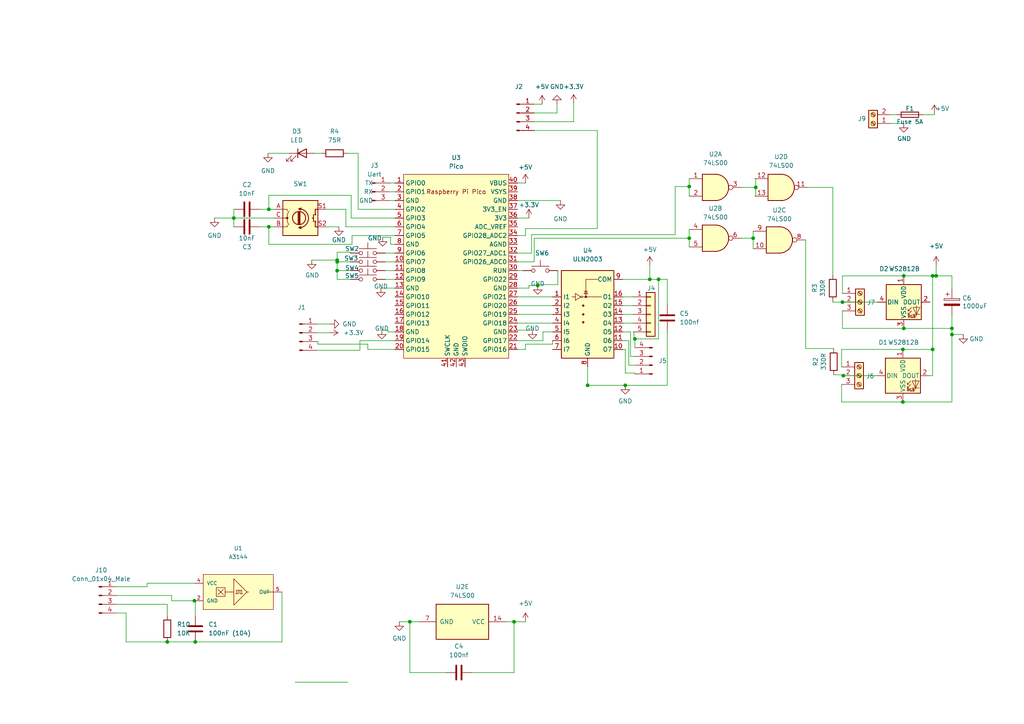
<source format=kicad_sch>
(kicad_sch (version 20211123) (generator eeschema)
  (paper "A4")
  (lib_symbols
    (symbol "+3.3V_1" (power) (pin_names (offset 0))
      (property "Value" "+3.3V_1" (at 0 3.556 0))
      (symbol "+3.3V_1_1_1"
        (pin power_in line (at 0 0 90) (length 0) hide (name "+3.3V") (number "1"))
      )
    )
    (symbol "+3.3V_2" (power) (pin_names (offset 0))
      (property "Value" "+3.3V_2" (at 0 3.556 0))
      (symbol "+3.3V_2_1_1"
        (pin power_in line (at 0 0 90) (length 0) hide (name "+3.3V") (number "1"))
      )
    )
    (symbol "74xx:74LS00" (pin_names (offset 1.016))
      (property "Reference" "U" (at 0 1.27 0))
      (property "Value" "74LS00" (at 0 -1.27 0))
      (symbol "74LS00_1_1"
        (pin input line (at -7.62 2.54 0) (length 3.81) (name "~") (number "1"))
        (pin input line (at -7.62 -2.54 0) (length 3.81) (name "~") (number "2"))
        (pin output inverted (at 7.62 0 180) (length 3.81) (name "~") (number "3"))
      )
      (symbol "74LS00_1_2"
        (pin input inverted (at -7.62 2.54 0) (length 4.318) (name "~") (number "1"))
        (pin input inverted (at -7.62 -2.54 0) (length 4.318) (name "~") (number "2"))
        (pin output line (at 7.62 0 180) (length 3.81) (name "~") (number "3"))
      )
      (symbol "74LS00_2_1"
        (pin input line (at -7.62 2.54 0) (length 3.81) (name "~") (number "4"))
        (pin input line (at -7.62 -2.54 0) (length 3.81) (name "~") (number "5"))
        (pin output inverted (at 7.62 0 180) (length 3.81) (name "~") (number "6"))
      )
      (symbol "74LS00_2_2"
        (pin input inverted (at -7.62 2.54 0) (length 4.318) (name "~") (number "4"))
        (pin input inverted (at -7.62 -2.54 0) (length 4.318) (name "~") (number "5"))
        (pin output line (at 7.62 0 180) (length 3.81) (name "~") (number "6"))
      )
      (symbol "74LS00_3_1"
        (pin input line (at -7.62 -2.54 0) (length 3.81) (name "~") (number "10"))
        (pin output inverted (at 7.62 0 180) (length 3.81) (name "~") (number "8"))
        (pin input line (at -7.62 2.54 0) (length 3.81) (name "~") (number "9"))
      )
      (symbol "74LS00_3_2"
        (pin input inverted (at -7.62 -2.54 0) (length 4.318) (name "~") (number "10"))
        (pin output line (at 7.62 0 180) (length 3.81) (name "~") (number "8"))
        (pin input inverted (at -7.62 2.54 0) (length 4.318) (name "~") (number "9"))
      )
      (symbol "74LS00_4_1"
        (pin output inverted (at 7.62 0 180) (length 3.81) (name "~") (number "11"))
        (pin input line (at -7.62 2.54 0) (length 3.81) (name "~") (number "12"))
        (pin input line (at -7.62 -2.54 0) (length 3.81) (name "~") (number "13"))
      )
      (symbol "74LS00_4_2"
        (pin output line (at 7.62 0 180) (length 3.81) (name "~") (number "11"))
        (pin input inverted (at -7.62 2.54 0) (length 4.318) (name "~") (number "12"))
        (pin input inverted (at -7.62 -2.54 0) (length 4.318) (name "~") (number "13"))
      )
      (symbol "74LS00_5_0"
        (pin power_in line (at 0 12.7 270) (length 5.08) (name "VCC") (number "14"))
        (pin power_in line (at 0 -12.7 90) (length 5.08) (name "GND") (number "7"))
      )
    )
    (symbol "Connector:Conn_01x03_Male" (pin_names (offset 1.016))
      (property "Reference" "J3" (at 0.635 7.62 0))
      (property "Value" "Uart" (at 0.635 5.08 0))
      (symbol "Conn_01x03_Male_1_1"
        (pin passive line (at 5.08 2.54 180) (length 3.81) (name "TX") (number "1"))
        (pin passive line (at 5.08 0 180) (length 3.81) (name "RX") (number "2"))
        (pin passive line (at 5.08 -2.54 180) (length 3.81) (name "GND") (number "3"))
      )
    )
    (symbol "Connector:Conn_01x04_Male" (pin_names (offset 1.016) hide)
      (property "Reference" "J" (at 0 5.08 0))
      (property "Value" "Conn_01x04_Male" (at 0 -7.62 0))
      (symbol "Conn_01x04_Male_1_1"
        (pin passive line (at 5.08 2.54 180) (length 3.81) (name "Pin_1") (number "1"))
        (pin passive line (at 5.08 0 180) (length 3.81) (name "Pin_2") (number "2"))
        (pin passive line (at 5.08 -2.54 180) (length 3.81) (name "Pin_3") (number "3"))
        (pin passive line (at 5.08 -5.08 180) (length 3.81) (name "Pin_4") (number "4"))
      )
    )
    (symbol "Connector:Screw_Terminal_01x02" (pin_names (offset 1.016) hide)
      (property "Reference" "J" (at 0 2.54 0))
      (property "Value" "Screw_Terminal_01x02" (at 0 -5.08 0))
      (symbol "Screw_Terminal_01x02_1_1"
        (pin passive line (at -5.08 0 0) (length 3.81) (name "Pin_1") (number "1"))
        (pin passive line (at -5.08 -2.54 0) (length 3.81) (name "Pin_2") (number "2"))
      )
    )
    (symbol "Connector:Screw_Terminal_01x03" (pin_names (offset 1.016) hide)
      (property "Reference" "J" (at 0 5.08 0))
      (property "Value" "Screw_Terminal_01x03" (at 0 -5.08 0))
      (symbol "Screw_Terminal_01x03_1_1"
        (pin passive line (at -5.08 2.54 0) (length 3.81) (name "Pin_1") (number "1"))
        (pin passive line (at -5.08 0 0) (length 3.81) (name "Pin_2") (number "2"))
        (pin passive line (at -5.08 -2.54 0) (length 3.81) (name "Pin_3") (number "3"))
      )
    )
    (symbol "Connector_Generic:Conn_01x05" (pin_names (offset 1.016) hide)
      (property "Reference" "J" (at 0 7.62 0))
      (property "Value" "Conn_01x05" (at 0 -7.62 0))
      (symbol "Conn_01x05_1_1"
        (pin passive line (at -5.08 5.08 0) (length 3.81) (name "Pin_1") (number "1"))
        (pin passive line (at -5.08 2.54 0) (length 3.81) (name "Pin_2") (number "2"))
        (pin passive line (at -5.08 0 0) (length 3.81) (name "Pin_3") (number "3"))
        (pin passive line (at -5.08 -2.54 0) (length 3.81) (name "Pin_4") (number "4"))
        (pin passive line (at -5.08 -5.08 0) (length 3.81) (name "Pin_5") (number "5"))
      )
    )
    (symbol "Device:C" (pin_numbers hide) (pin_names (offset 0.254))
      (property "Reference" "C" (at 0.635 2.54 0))
      (property "Value" "C" (at 0.635 -2.54 0))
      (symbol "C_1_1"
        (pin passive line (at 0 3.81 270) (length 2.794) (name "~") (number "1"))
        (pin passive line (at 0 -3.81 90) (length 2.794) (name "~") (number "2"))
      )
    )
    (symbol "Device:Fuse" (pin_numbers hide) (pin_names (offset 0))
      (property "Reference" "F" (at 2.032 0 90))
      (property "Value" "Fuse" (at -1.905 0 90))
      (symbol "Fuse_1_1"
        (pin passive line (at 0 3.81 270) (length 1.27) (name "~") (number "1"))
        (pin passive line (at 0 -3.81 90) (length 1.27) (name "~") (number "2"))
      )
    )
    (symbol "Device:LED" (pin_numbers hide) (pin_names (offset 1.016) hide)
      (property "Reference" "D" (at 0 2.54 0))
      (property "Value" "LED" (at 0 -2.54 0))
      (symbol "LED_1_1"
        (pin passive line (at -3.81 0 0) (length 2.54) (name "K") (number "1"))
        (pin passive line (at 3.81 0 180) (length 2.54) (name "A") (number "2"))
      )
    )
    (symbol "Device:R" (pin_numbers hide) (pin_names (offset 0))
      (property "Reference" "R" (at 2.032 0 90))
      (property "Value" "R" (at 0 0 90))
      (symbol "R_1_1"
        (pin passive line (at 0 3.81 270) (length 1.27) (name "~") (number "1"))
        (pin passive line (at 0 -3.81 90) (length 1.27) (name "~") (number "2"))
      )
    )
    (symbol "Device:RotaryEncoder_Switch" (pin_names (offset 0.254) hide)
      (property "Reference" "SW" (at 0 6.604 0))
      (property "Value" "RotaryEncoder_Switch" (at 0 -6.604 0))
      (symbol "RotaryEncoder_Switch_1_1"
        (pin passive line (at -7.62 2.54 0) (length 2.54) (name "A") (number "A"))
        (pin passive line (at -7.62 -2.54 0) (length 2.54) (name "B") (number "B"))
        (pin passive line (at -7.62 0 0) (length 2.54) (name "C") (number "C"))
        (pin passive line (at 7.62 2.54 180) (length 2.54) (name "S1") (number "S1"))
        (pin passive line (at 7.62 -2.54 180) (length 2.54) (name "S2") (number "S2"))
      )
    )
    (symbol "LED:WS2812B" (pin_names (offset 0.254))
      (property "Reference" "D" (at 5.08 5.715 0))
      (property "Value" "WS2812B" (at 1.27 -5.715 0))
      (symbol "WS2812B_0_0"
        (text "RGB" (at 2.286 -4.191 0) (effects (font (size 0.762 0.762))))
      )
      (symbol "WS2812B_1_1"
        (pin power_in line (at 0 7.62 270) (length 2.54) (name "VDD") (number "1"))
        (pin output line (at 7.62 0 180) (length 2.54) (name "DOUT") (number "2"))
        (pin power_in line (at 0 -7.62 90) (length 2.54) (name "VSS") (number "3"))
        (pin input line (at -7.62 0 0) (length 2.54) (name "DIN") (number "4"))
      )
    )
    (symbol "MCU_RaspberryPi_and_Boards:Pico"
      (property "Reference" "U" (at -13.97 27.94 0))
      (property "Value" "Pico" (at 0 19.05 0))
      (symbol "Pico_0_0"
        (text "Raspberry Pi Pico" (at 0 21.59 0) (effects (font (size 1.27 1.27))))
      )
      (symbol "Pico_1_1"
        (pin bidirectional line (at -17.78 24.13 0) (length 2.54) (name "GPIO0") (number "1"))
        (pin bidirectional line (at -17.78 1.27 0) (length 2.54) (name "GPIO7") (number "10"))
        (pin bidirectional line (at -17.78 -1.27 0) (length 2.54) (name "GPIO8") (number "11"))
        (pin bidirectional line (at -17.78 -3.81 0) (length 2.54) (name "GPIO9") (number "12"))
        (pin power_in line (at -17.78 -6.35 0) (length 2.54) (name "GND") (number "13"))
        (pin bidirectional line (at -17.78 -8.89 0) (length 2.54) (name "GPIO10") (number "14"))
        (pin bidirectional line (at -17.78 -11.43 0) (length 2.54) (name "GPIO11") (number "15"))
        (pin bidirectional line (at -17.78 -13.97 0) (length 2.54) (name "GPIO12") (number "16"))
        (pin bidirectional line (at -17.78 -16.51 0) (length 2.54) (name "GPIO13") (number "17"))
        (pin power_in line (at -17.78 -19.05 0) (length 2.54) (name "GND") (number "18"))
        (pin bidirectional line (at -17.78 -21.59 0) (length 2.54) (name "GPIO14") (number "19"))
        (pin bidirectional line (at -17.78 21.59 0) (length 2.54) (name "GPIO1") (number "2"))
        (pin bidirectional line (at -17.78 -24.13 0) (length 2.54) (name "GPIO15") (number "20"))
        (pin bidirectional line (at 17.78 -24.13 180) (length 2.54) (name "GPIO16") (number "21"))
        (pin bidirectional line (at 17.78 -21.59 180) (length 2.54) (name "GPIO17") (number "22"))
        (pin power_in line (at 17.78 -19.05 180) (length 2.54) (name "GND") (number "23"))
        (pin bidirectional line (at 17.78 -16.51 180) (length 2.54) (name "GPIO18") (number "24"))
        (pin bidirectional line (at 17.78 -13.97 180) (length 2.54) (name "GPIO19") (number "25"))
        (pin bidirectional line (at 17.78 -11.43 180) (length 2.54) (name "GPIO20") (number "26"))
        (pin bidirectional line (at 17.78 -8.89 180) (length 2.54) (name "GPIO21") (number "27"))
        (pin power_in line (at 17.78 -6.35 180) (length 2.54) (name "GND") (number "28"))
        (pin bidirectional line (at 17.78 -3.81 180) (length 2.54) (name "GPIO22") (number "29"))
        (pin power_in line (at -17.78 19.05 0) (length 2.54) (name "GND") (number "3"))
        (pin input line (at 17.78 -1.27 180) (length 2.54) (name "RUN") (number "30"))
        (pin bidirectional line (at 17.78 1.27 180) (length 2.54) (name "GPIO26_ADC0") (number "31"))
        (pin bidirectional line (at 17.78 3.81 180) (length 2.54) (name "GPIO27_ADC1") (number "32"))
        (pin power_in line (at 17.78 6.35 180) (length 2.54) (name "AGND") (number "33"))
        (pin bidirectional line (at 17.78 8.89 180) (length 2.54) (name "GPIO28_ADC2") (number "34"))
        (pin power_in line (at 17.78 11.43 180) (length 2.54) (name "ADC_VREF") (number "35"))
        (pin power_in line (at 17.78 13.97 180) (length 2.54) (name "3V3") (number "36"))
        (pin input line (at 17.78 16.51 180) (length 2.54) (name "3V3_EN") (number "37"))
        (pin bidirectional line (at 17.78 19.05 180) (length 2.54) (name "GND") (number "38"))
        (pin power_in line (at 17.78 21.59 180) (length 2.54) (name "VSYS") (number "39"))
        (pin bidirectional line (at -17.78 16.51 0) (length 2.54) (name "GPIO2") (number "4"))
        (pin power_in line (at 17.78 24.13 180) (length 2.54) (name "VBUS") (number "40"))
        (pin input line (at -2.54 -29.21 90) (length 2.54) (name "SWCLK") (number "41"))
        (pin power_in line (at 0 -29.21 90) (length 2.54) (name "GND") (number "42"))
        (pin bidirectional line (at 2.54 -29.21 90) (length 2.54) (name "SWDIO") (number "43"))
        (pin bidirectional line (at -17.78 13.97 0) (length 2.54) (name "GPIO3") (number "5"))
        (pin bidirectional line (at -17.78 11.43 0) (length 2.54) (name "GPIO4") (number "6"))
        (pin bidirectional line (at -17.78 8.89 0) (length 2.54) (name "GPIO5") (number "7"))
        (pin power_in line (at -17.78 6.35 0) (length 2.54) (name "GND") (number "8"))
        (pin bidirectional line (at -17.78 3.81 0) (length 2.54) (name "GPIO6") (number "9"))
      )
    )
    (symbol "SparkFun-Sensors:HALL-EFFECT" (pin_names (offset 1.016))
      (property "Reference" "U" (at -10.16 6.35 0))
      (property "Value" "HALL-EFFECT" (at -10.16 -7.62 0))
      (property "Field4" "IC-09214" (at 0 8.89 0))
      (symbol "HALL-EFFECT_1_1"
        (pin bidirectional line (at -12.7 -2.54 0) (length 2.54) (name "GND") (number "2"))
        (pin bidirectional line (at -12.7 2.54 0) (length 2.54) (name "VCC") (number "4"))
        (pin bidirectional line (at 12.7 0 180) (length 2.54) (name "OUT") (number "5"))
      )
    )
    (symbol "Switch:SW_Push" (pin_numbers hide) (pin_names (offset 1.016) hide)
      (property "Reference" "SW" (at 1.27 2.54 0))
      (property "Value" "SW_Push" (at 0 -1.524 0))
      (symbol "SW_Push_0_1"
        (pin passive line (at -5.08 0 0) (length 2.54) (name "1") (number "1"))
        (pin passive line (at 5.08 0 180) (length 2.54) (name "2") (number "2"))
      )
    )
    (symbol "Transistor_Array:ULN2003"
      (property "Reference" "U" (at 0 15.875 0))
      (property "Value" "ULN2003" (at 0 13.97 0))
      (symbol "ULN2003_1_1"
        (pin input line (at -10.16 5.08 0) (length 2.54) (name "I1") (number "1"))
        (pin open_collector line (at 10.16 -10.16 180) (length 2.54) (name "O7") (number "10"))
        (pin open_collector line (at 10.16 -7.62 180) (length 2.54) (name "O6") (number "11"))
        (pin open_collector line (at 10.16 -5.08 180) (length 2.54) (name "O5") (number "12"))
        (pin open_collector line (at 10.16 -2.54 180) (length 2.54) (name "O4") (number "13"))
        (pin open_collector line (at 10.16 0 180) (length 2.54) (name "O3") (number "14"))
        (pin open_collector line (at 10.16 2.54 180) (length 2.54) (name "O2") (number "15"))
        (pin open_collector line (at 10.16 5.08 180) (length 2.54) (name "O1") (number "16"))
        (pin input line (at -10.16 2.54 0) (length 2.54) (name "I2") (number "2"))
        (pin input line (at -10.16 0 0) (length 2.54) (name "I3") (number "3"))
        (pin input line (at -10.16 -2.54 0) (length 2.54) (name "I4") (number "4"))
        (pin input line (at -10.16 -5.08 0) (length 2.54) (name "I5") (number "5"))
        (pin input line (at -10.16 -7.62 0) (length 2.54) (name "I6") (number "6"))
        (pin input line (at -10.16 -10.16 0) (length 2.54) (name "I7") (number "7"))
        (pin power_in line (at 0 -15.24 90) (length 2.54) (name "GND") (number "8"))
        (pin passive line (at 10.16 10.16 180) (length 2.54) (name "COM") (number "9"))
      )
    )
    (symbol "lSaberWIZFi360-rescue:CP-Device" (pin_numbers hide) (pin_names (offset 0.254))
      (property "Reference" "C" (at 0.635 2.54 0))
      (property "Value" "CP-Device" (at 0.635 -2.54 0))
      (symbol "CP-Device_1_1"
        (pin passive line (at 0 3.81 270) (length 2.794) (name "~") (number "1"))
        (pin passive line (at 0 -3.81 90) (length 2.794) (name "~") (number "2"))
      )
    )
    (symbol "power:+3.3V" (power) (pin_names (offset 0))
      (property "Value" "+3.3V" (at 0 3.556 0))
      (symbol "+3.3V_1_1"
        (pin power_in line (at 0 0 90) (length 0) hide (name "+3.3V") (number "1"))
      )
    )
    (symbol "power:+5V" (power) (pin_names (offset 0))
      (property "Value" "+5V" (at 0 3.556 0))
      (symbol "+5V_1_1"
        (pin power_in line (at 0 0 90) (length 0) hide (name "+5V") (number "1"))
      )
    )
    (symbol "power:GND" (power) (pin_names (offset 0))
      (property "Value" "GND" (at 0 -3.81 0))
      (symbol "GND_1_1"
        (pin power_in line (at 0 0 270) (length 0) hide (name "GND") (number "1"))
      )
    )
  )
  (junction (at 191.008 81.026))
  (junction (at 199.898 54.102))
  (junction (at 276.098 97.028))
  (junction (at 56.388 174.244))
  (junction (at 244.602 108.966))
  (junction (at 271.526 80.01))
  (junction (at 219.202 54.356))
  (junction (at 261.874 116.586))
  (junction (at 77.978 65.786))
  (junction (at 270.51 80.01))
  (junction (at 97.79 78.486))
  (junction (at 155.956 82.804))
  (junction (at 199.898 69.088))
  (junction (at 170.434 111.76))
  (junction (at 67.818 63.246))
  (junction (at 188.468 81.026))
  (junction (at 262.128 80.01))
  (junction (at 262.128 95.25))
  (junction (at 48.514 186.182))
  (junction (at 270.51 101.346))
  (junction (at 244.348 87.63))
  (junction (at 118.872 180.34))
  (junction (at 97.79 75.438))
  (junction (at 77.978 60.706))
  (junction (at 181.356 111.76))
  (junction (at 56.642 186.182))
  (junction (at 149.098 180.34))
  (junction (at 97.79 75.946))
  (junction (at 218.44 69.088))
  (junction (at 261.874 101.346))
  (junction (at 276.098 95.25))
  (junction (at 184.15 98.298))
  (wire (pts (xy 94.742 60.706) (xy 100.33 60.706)))
  (wire (pts (xy 160.274 98.806) (xy 160.274 99.822)))
  (wire (pts (xy 92.202 99.822) (xy 92.202 99.06)))
  (wire (pts (xy 270.51 80.01) (xy 271.526 80.01)))
  (wire (pts (xy 150.114 86.106) (xy 160.274 86.106)))
  (wire (pts (xy 244.094 116.586) (xy 261.874 116.586)))
  (wire (pts (xy 218.44 67.056) (xy 218.44 69.088)))
  (wire (pts (xy 161.798 82.55) (xy 155.956 82.55)))
  (wire (pts (xy 166.37 29.972) (xy 166.37 35.306)))
  (wire (pts (xy 91.948 93.98) (xy 95.758 93.98)))
  (wire (pts (xy 149.098 195.072) (xy 149.098 180.34)))
  (wire (pts (xy 154.94 37.846) (xy 173.228 37.846)))
  (wire (pts (xy 113.03 53.086) (xy 114.554 53.086)))
  (wire (pts (xy 146.812 180.34) (xy 149.098 180.34)))
  (wire (pts (xy 114.554 96.266) (xy 112.522 96.266)))
  (wire (pts (xy 161.798 78.486) (xy 161.798 82.55)))
  (wire (pts (xy 183.896 98.298) (xy 184.15 98.298)))
  (wire (pts (xy 152.4 66.294) (xy 173.228 66.294)))
  (wire (pts (xy 181.356 101.346) (xy 180.594 101.346)))
  (wire (pts (xy 270.51 80.01) (xy 270.51 101.346)))
  (wire (pts (xy 111.76 81.026) (xy 114.554 81.026)))
  (wire (pts (xy 219.202 54.356) (xy 219.202 56.896)))
  (wire (pts (xy 276.098 80.01) (xy 276.098 83.82)))
  (wire (pts (xy 218.44 69.088) (xy 218.44 72.136)))
  (wire (pts (xy 276.098 97.028) (xy 279.4 97.028)))
  (wire (pts (xy 150.114 68.326) (xy 152.4 68.326)))
  (wire (pts (xy 75.438 60.706) (xy 77.978 60.706)))
  (wire (pts (xy 270.51 101.346) (xy 270.51 108.966)))
  (wire (pts (xy 150.114 73.406) (xy 154.178 73.406)))
  (wire (pts (xy 113.03 58.166) (xy 114.554 58.166)))
  (wire (pts (xy 160.274 99.822) (xy 152.4 99.822)))
  (wire (pts (xy 199.898 54.102) (xy 199.898 56.896)))
  (wire (pts (xy 49.784 172.72) (xy 33.782 172.72)))
  (wire (pts (xy 101.6 73.152) (xy 101.6 73.406)))
  (wire (pts (xy 112.522 95.758) (xy 110.744 95.758)))
  (wire (pts (xy 195.834 54.102) (xy 199.898 54.102)))
  (wire (pts (xy 184.15 105.918) (xy 182.372 105.918)))
  (wire (pts (xy 56.388 174.244) (xy 49.784 174.244)))
  (wire (pts (xy 157.48 96.266) (xy 157.48 98.806)))
  (wire (pts (xy 258.318 35.814) (xy 262.128 35.814)))
  (wire (pts (xy 241.554 87.376) (xy 241.554 87.63)))
  (wire (pts (xy 218.948 51.816) (xy 219.202 51.816)))
  (wire (pts (xy 104.394 98.806) (xy 104.394 101.6)))
  (wire (pts (xy 103.886 44.45) (xy 103.886 60.706)))
  (wire (pts (xy 56.642 174.244) (xy 56.642 178.562)))
  (wire (pts (xy 188.468 81.026) (xy 191.008 81.026)))
  (wire (pts (xy 42.672 170.18) (xy 42.672 169.164)))
  (wire (pts (xy 180.594 86.106) (xy 183.642 86.106)))
  (wire (pts (xy 271.526 80.01) (xy 276.098 80.01)))
  (wire (pts (xy 161.544 32.766) (xy 161.544 30.226)))
  (wire (pts (xy 154.178 73.406) (xy 154.178 68.072)))
  (wire (pts (xy 193.548 111.76) (xy 181.356 111.76)))
  (wire (pts (xy 118.872 180.34) (xy 121.412 180.34)))
  (wire (pts (xy 244.348 80.01) (xy 262.128 80.01)))
  (wire (pts (xy 150.114 95.758) (xy 150.114 96.266)))
  (wire (pts (xy 160.274 96.266) (xy 157.48 96.266)))
  (wire (pts (xy 48.514 178.562) (xy 48.514 175.26)))
  (wire (pts (xy 102.108 70.866) (xy 77.978 70.866)))
  (wire (pts (xy 244.348 90.17) (xy 244.348 95.25)))
  (wire (pts (xy 244.094 106.426) (xy 244.094 101.346)))
  (wire (pts (xy 113.03 55.626) (xy 114.554 55.626)))
  (wire (pts (xy 154.94 69.088) (xy 199.898 69.088)))
  (wire (pts (xy 262.128 80.01) (xy 270.51 80.01)))
  (wire (pts (xy 150.114 83.566) (xy 153.416 83.566)))
  (wire (pts (xy 276.098 91.44) (xy 276.098 95.25)))
  (wire (pts (xy 182.372 98.806) (xy 180.594 98.806)))
  (wire (pts (xy 183.896 96.266) (xy 183.896 98.298)))
  (wire (pts (xy 75.438 65.786) (xy 77.978 65.786)))
  (wire (pts (xy 67.818 63.246) (xy 79.502 63.246)))
  (wire (pts (xy 182.372 98.806) (xy 182.372 105.918)))
  (wire (pts (xy 150.114 53.086) (xy 152.4 53.086)))
  (wire (pts (xy 276.098 116.586) (xy 261.874 116.586)))
  (wire (pts (xy 150.114 93.726) (xy 160.274 93.726)))
  (wire (pts (xy 182.88 96.266) (xy 182.88 103.378)))
  (wire (pts (xy 115.824 180.34) (xy 118.872 180.34)))
  (wire (pts (xy 102.108 68.326) (xy 102.108 70.866)))
  (wire (pts (xy 271.018 33.02) (xy 271.018 33.274)))
  (wire (pts (xy 113.284 68.834) (xy 113.284 70.866)))
  (wire (pts (xy 114.554 63.246) (xy 101.854 63.246)))
  (wire (pts (xy 152.4 101.346) (xy 150.114 101.346)))
  (wire (pts (xy 90.424 75.438) (xy 97.79 75.438)))
  (wire (pts (xy 180.594 96.266) (xy 182.88 96.266)))
  (wire (pts (xy 77.978 56.642) (xy 77.978 60.706)))
  (wire (pts (xy 199.898 69.088) (xy 199.898 71.628)))
  (wire (pts (xy 110.49 83.566) (xy 114.554 83.566)))
  (wire (pts (xy 36.576 177.8) (xy 36.576 186.182)))
  (wire (pts (xy 244.602 108.712) (xy 244.602 108.966)))
  (wire (pts (xy 113.284 68.834) (xy 110.998 68.834)))
  (wire (pts (xy 170.18 111.76) (xy 170.434 111.76)))
  (wire (pts (xy 276.098 95.25) (xy 276.098 97.028)))
  (wire (pts (xy 91.44 44.45) (xy 93.218 44.45)))
  (wire (pts (xy 77.724 44.45) (xy 83.82 44.45)))
  (wire (pts (xy 269.494 108.966) (xy 270.51 108.966)))
  (wire (pts (xy 219.202 51.816) (xy 219.202 54.356)))
  (wire (pts (xy 111.76 78.486) (xy 114.554 78.486)))
  (wire (pts (xy 271.526 76.962) (xy 271.526 80.01)))
  (wire (pts (xy 106.68 99.822) (xy 92.202 99.822)))
  (wire (pts (xy 77.978 65.786) (xy 77.978 70.866)))
  (wire (pts (xy 180.594 91.186) (xy 183.642 91.186)))
  (wire (pts (xy 191.008 81.026) (xy 191.008 98.298)))
  (wire (pts (xy 152.4 68.326) (xy 152.4 66.294)))
  (wire (pts (xy 155.956 82.55) (xy 155.956 82.804)))
  (wire (pts (xy 150.114 75.946) (xy 154.94 75.946)))
  (wire (pts (xy 67.818 63.246) (xy 67.818 65.786)))
  (wire (pts (xy 77.978 65.786) (xy 79.502 65.786)))
  (wire (pts (xy 150.114 78.486) (xy 151.638 78.486)))
  (wire (pts (xy 181.356 108.204) (xy 184.15 108.204)))
  (wire (pts (xy 195.834 54.102) (xy 195.834 68.072)))
  (wire (pts (xy 199.898 66.548) (xy 199.898 69.088)))
  (wire (pts (xy 193.548 81.026) (xy 193.548 88.392)))
  (wire (pts (xy 233.68 101.092) (xy 241.808 101.092)))
  (wire (pts (xy 170.434 106.426) (xy 170.434 111.76)))
  (wire (pts (xy 56.642 186.182) (xy 81.788 186.182)))
  (wire (pts (xy 85.598 197.866) (xy 100.838 197.866)))
  (wire (pts (xy 114.554 70.866) (xy 113.284 70.866)))
  (wire (pts (xy 150.114 58.166) (xy 162.56 58.166)))
  (wire (pts (xy 170.434 111.76) (xy 181.356 111.76)))
  (wire (pts (xy 153.416 83.566) (xy 153.416 82.804)))
  (wire (pts (xy 180.594 88.646) (xy 183.642 88.646)))
  (wire (pts (xy 114.554 101.346) (xy 106.68 101.346)))
  (wire (pts (xy 118.872 195.072) (xy 118.872 180.34)))
  (wire (pts (xy 154.178 68.072) (xy 195.834 68.072)))
  (wire (pts (xy 193.548 96.012) (xy 193.548 111.76)))
  (wire (pts (xy 129.286 195.072) (xy 118.872 195.072)))
  (wire (pts (xy 150.114 63.246) (xy 153.416 63.246)))
  (wire (pts (xy 106.68 101.346) (xy 106.68 99.822)))
  (wire (pts (xy 111.76 73.406) (xy 114.554 73.406)))
  (wire (pts (xy 258.318 33.274) (xy 260.096 33.274)))
  (wire (pts (xy 101.854 56.642) (xy 77.978 56.642)))
  (wire (pts (xy 157.48 98.806) (xy 150.114 98.806)))
  (wire (pts (xy 97.79 75.438) (xy 97.79 75.946)))
  (wire (pts (xy 234.188 54.356) (xy 241.554 54.356)))
  (wire (pts (xy 244.348 87.63) (xy 254.508 87.63)))
  (wire (pts (xy 261.874 101.346) (xy 270.51 101.346)))
  (wire (pts (xy 67.818 60.706) (xy 67.818 63.246)))
  (wire (pts (xy 183.896 96.266) (xy 183.642 96.266)))
  (wire (pts (xy 97.79 73.152) (xy 101.6 73.152)))
  (wire (pts (xy 91.948 96.52) (xy 95.504 96.52)))
  (wire (pts (xy 262.128 95.25) (xy 276.098 95.25)))
  (wire (pts (xy 173.228 66.294) (xy 173.228 37.846)))
  (wire (pts (xy 42.672 169.164) (xy 56.388 169.164)))
  (wire (pts (xy 62.23 63.246) (xy 67.818 63.246)))
  (wire (pts (xy 104.394 101.6) (xy 91.948 101.6)))
  (wire (pts (xy 154.94 35.306) (xy 166.37 35.306)))
  (wire (pts (xy 101.854 56.642) (xy 101.854 63.246)))
  (wire (pts (xy 188.468 81.026) (xy 180.594 81.026)))
  (wire (pts (xy 97.79 78.486) (xy 97.79 81.026)))
  (wire (pts (xy 244.348 85.09) (xy 244.348 80.01)))
  (wire (pts (xy 94.742 65.786) (xy 98.298 65.786)))
  (wire (pts (xy 97.79 73.152) (xy 97.79 75.438)))
  (wire (pts (xy 33.782 177.8) (xy 36.576 177.8)))
  (wire (pts (xy 244.094 108.966) (xy 244.602 108.966)))
  (wire (pts (xy 92.202 99.06) (xy 91.948 99.06)))
  (wire (pts (xy 154.94 75.946) (xy 154.94 69.088)))
  (wire (pts (xy 48.514 186.182) (xy 56.642 186.182)))
  (wire (pts (xy 184.15 108.204) (xy 184.15 108.458)))
  (wire (pts (xy 112.522 96.266) (xy 112.522 95.758)))
  (wire (pts (xy 81.788 171.704) (xy 81.788 186.182)))
  (wire (pts (xy 150.114 91.186) (xy 160.274 91.186)))
  (wire (pts (xy 182.88 103.378) (xy 184.15 103.378)))
  (wire (pts (xy 180.594 93.726) (xy 183.642 93.726)))
  (wire (pts (xy 103.886 60.706) (xy 114.554 60.706)))
  (wire (pts (xy 33.782 175.26) (xy 48.514 175.26)))
  (wire (pts (xy 97.79 75.946) (xy 97.79 78.486)))
  (wire (pts (xy 77.978 60.706) (xy 79.502 60.706)))
  (wire (pts (xy 152.4 99.822) (xy 152.4 101.346)))
  (wire (pts (xy 233.68 69.596) (xy 233.68 101.092)))
  (wire (pts (xy 101.6 75.946) (xy 97.79 75.946)))
  (wire (pts (xy 188.468 76.962) (xy 188.468 81.026)))
  (wire (pts (xy 244.094 111.506) (xy 244.094 116.586)))
  (wire (pts (xy 154.94 32.766) (xy 161.544 32.766)))
  (wire (pts (xy 111.76 75.946) (xy 114.554 75.946)))
  (wire (pts (xy 149.098 180.34) (xy 152.4 180.34)))
  (wire (pts (xy 136.906 195.072) (xy 149.098 195.072)))
  (wire (pts (xy 191.008 81.026) (xy 193.548 81.026)))
  (wire (pts (xy 33.782 170.18) (xy 42.672 170.18)))
  (wire (pts (xy 219.202 56.896) (xy 218.948 56.896)))
  (wire (pts (xy 244.348 95.25) (xy 262.128 95.25)))
  (wire (pts (xy 267.716 33.274) (xy 271.018 33.274)))
  (wire (pts (xy 101.6 81.026) (xy 97.79 81.026)))
  (wire (pts (xy 244.602 108.966) (xy 254.254 108.966)))
  (wire (pts (xy 114.554 65.786) (xy 100.33 65.786)))
  (wire (pts (xy 241.554 79.756) (xy 241.554 54.356)))
  (wire (pts (xy 101.6 78.486) (xy 97.79 78.486)))
  (wire (pts (xy 244.094 101.346) (xy 261.874 101.346)))
  (wire (pts (xy 241.554 87.63) (xy 244.348 87.63)))
  (wire (pts (xy 181.356 101.346) (xy 181.356 108.204)))
  (wire (pts (xy 184.15 100.838) (xy 184.15 98.298)))
  (wire (pts (xy 241.808 108.712) (xy 244.602 108.712)))
  (wire (pts (xy 36.576 186.182) (xy 48.514 186.182)))
  (wire (pts (xy 114.554 98.806) (xy 104.394 98.806)))
  (wire (pts (xy 102.108 68.326) (xy 114.554 68.326)))
  (wire (pts (xy 215.138 69.088) (xy 218.44 69.088)))
  (wire (pts (xy 56.642 174.244) (xy 56.388 174.244)))
  (wire (pts (xy 215.138 54.356) (xy 219.202 54.356)))
  (wire (pts (xy 199.898 51.816) (xy 199.898 54.102)))
  (wire (pts (xy 184.15 98.298) (xy 191.008 98.298)))
  (wire (pts (xy 276.098 97.028) (xy 276.098 116.586)))
  (wire (pts (xy 154.432 95.758) (xy 150.114 95.758)))
  (wire (pts (xy 154.94 30.226) (xy 157.226 30.226)))
  (wire (pts (xy 100.33 60.706) (xy 100.33 65.786)))
  (wire (pts (xy 150.114 88.646) (xy 160.274 88.646)))
  (wire (pts (xy 49.784 174.244) (xy 49.784 172.72)))
  (wire (pts (xy 100.838 44.45) (xy 103.886 44.45)))
  (wire (pts (xy 153.416 82.804) (xy 155.956 82.804)))
  (symbol (lib_id "Device:R") (at 241.808 104.902 0) (unit 1)
    (property "Reference" "R2" (at 236.5502 104.902 90))
    (property "Value" "330R" (at 238.8616 104.902 90))
    (property "Footprint" "Resistor_THT:R_Axial_DIN0207_L6.3mm_D2.5mm_P10.16mm_Horizontal" (effects hide))
  )
  (symbol (lib_id "Switch:SW_Push") (at 106.68 73.406 0) (unit 1)
    (property "Reference" "SW2" (at 102.108 72.136 0))
    (property "Value" "SW_Push" (effects hide))
    (property "Footprint" "Button_Switch_THT:SW_PUSH_6mm" (effects hide))
  )
  (symbol (lib_id "Switch:SW_Push") (at 106.68 78.486 0) (unit 1)
    (property "Reference" "SW4" (at 102.108 77.724 0))
    (property "Value" "SW_Push" (effects hide))
    (property "Footprint" "Button_Switch_THT:SW_PUSH_6mm" (effects hide))
  )
  (symbol (lib_id "Switch:SW_Push") (at 156.718 78.486 0) (unit 1)
    (property "Reference" "SW6" (at 157.226 73.406 0))
    (property "Value" "SW_Push" (effects hide))
    (property "Footprint" "Button_Switch_THT:SW_PUSH_6mm" (effects hide))
  )
  (symbol (lib_id "Connector:Conn_01x04_Male") (at 149.86 32.766 0) (unit 1)
    (property "Reference" "J2" (at 150.495 25.146 0))
    (property "Value" "Conn_01x04_Male" (effects hide))
    (property "Footprint" "Connector_PinHeader_2.54mm:PinHeader_1x04_P2.54mm_Vertical" (effects hide))
  )
  (symbol (lib_id "MCU_RaspberryPi_and_Boards:Pico") (at 132.334 77.216 0) (unit 1)
    (property "Reference" "U3" (at 132.334 45.72 0))
    (property "Value" "Pico" (at 132.334 48.26 0))
    (property "Footprint" "MCU_RaspberryPi_and_Boards:RPi_Pico_SMD_TH" (effects hide))
  )
  (symbol (lib_id "power:GND") (at 110.744 95.758 0) (unit 1)
    (property "Reference" "#PWR08" (effects hide))
    (property "Value" "GND" (at 110.744 95.25 0))
  )
  (symbol (lib_id "Device:R") (at 97.028 44.45 90) (unit 1)
    (property "Reference" "R4" (at 97.028 38.1 90))
    (property "Value" "75R" (at 97.028 40.64 90))
    (property "Footprint" "Resistor_THT:R_Axial_DIN0207_L6.3mm_D2.5mm_P10.16mm_Horizontal" (effects hide))
  )
  (symbol (lib_id "power:+3.3V") (at 95.504 96.52 270) (unit 1)
    (property "Reference" "#PWR0102" (effects hide))
    (property "Value" "+3.3V" (at 99.568 96.5199 90) (effects (justify left)))
  )
  (symbol (lib_id "Device:C") (at 71.628 65.786 90) (unit 1)
    (property "Reference" "C3" (at 71.628 71.628 90))
    (property "Value" "10nF" (at 71.628 69.088 90))
    (property "Footprint" "Capacitor_THT:C_Disc_D5.0mm_W2.5mm_P5.00mm" (effects hide))
  )
  (symbol (lib_id "Device:C") (at 56.642 182.372 0) (unit 1) (on_board no)
    (property "Reference" "C1" (at 60.452 181.1019 0) (effects (justify left)))
    (property "Value" "100nF (104)" (at 60.452 183.6419 0) (effects (justify left)))
    (property "Footprint" "Capacitor_THT:C_Disc_D4.7mm_W2.5mm_P5.00mm" (effects hide))
  )
  (symbol (lib_id "power:GND") (at 279.4 97.028 0) (unit 1)
    (property "Reference" "#PWR020" (effects hide))
    (property "Value" "GND" (at 283.21 98.298 0))
  )
  (symbol (lib_id "Transistor_Array:ULN2003") (at 170.434 91.186 0) (unit 1)
    (property "Reference" "U4" (at 170.434 72.644 0))
    (property "Value" "ULN2003" (at 170.434 75.184 0))
    (property "Footprint" "Package_DIP:DIP-16_W7.62mm" (effects hide))
    (property "Datasheet" "http://www.ti.com/lit/ds/symlink/uln2003a.pdf" (effects hide))
  )
  (symbol (lib_id "Device:C") (at 71.628 60.706 90) (unit 1)
    (property "Reference" "C2" (at 71.628 53.594 90))
    (property "Value" "10nF" (at 71.628 56.134 90))
    (property "Footprint" "Capacitor_THT:C_Disc_D5.0mm_W2.5mm_P5.00mm" (effects hide))
  )
  (symbol (lib_id "power:+5V") (at 152.4 53.086 0) (unit 1)
    (property "Reference" "#PWR011" (effects hide))
    (property "Value" "+5V" (at 152.4 48.514 0))
  )
  (symbol (lib_id "Connector:Screw_Terminal_01x03") (at 249.428 87.63 0) (unit 1)
    (property "Reference" "J7" (at 251.46 87.7316 0) (effects (justify left)))
    (property "Value" "Screw_Terminal_01x03" (effects hide))
    (property "Footprint" "TerminalBlock:TerminalBlock_Altech_AK300-3_P5.00mm" (effects hide))
  )
  (symbol (lib_id "74xx:74LS00") (at 134.112 180.34 270) (unit 5)
    (property "Reference" "U2" (at 134.112 170.18 90))
    (property "Value" "74LS00" (at 134.112 172.72 90))
    (property "Footprint" "Package_DIP:DIP-14_W7.62mm" (effects hide))
    (property "Datasheet" "http://www.ti.com/lit/gpn/sn74ls00" (effects hide))
  )
  (symbol (lib_id "power:GND") (at 162.56 58.166 0) (unit 1)
    (property "Reference" "#PWR016" (effects hide))
    (property "Value" "GND" (at 162.56 63.5 0))
  )
  (symbol (lib_id "power:GND") (at 77.724 44.45 0) (unit 1)
    (property "Reference" "#PWR0101" (effects hide))
    (property "Value" "GND" (at 77.724 49.53 0))
  )
  (symbol (lib_id "74xx:74LS00") (at 207.518 69.088 0) (unit 2)
    (property "Reference" "U2" (at 207.518 60.452 0))
    (property "Value" "74LS00" (at 207.518 62.992 0))
    (property "Footprint" "Package_DIP:DIP-14_W7.62mm" (effects hide))
    (property "Datasheet" "http://www.ti.com/lit/gpn/sn74ls00" (effects hide))
  )
  (symbol (lib_id "Connector:Conn_01x03_Male") (at 107.95 55.626 0) (unit 1)
    (property "Reference" "J3" (at 108.585 48.006 0))
    (property "Value" "Uart" (at 108.585 50.546 0))
    (property "Footprint" "Connector_PinHeader_2.54mm:PinHeader_1x03_P2.54mm_Vertical" (effects hide))
  )
  (symbol (lib_id "74xx:74LS00") (at 226.568 54.356 0) (unit 4)
    (property "Reference" "U2" (at 226.568 45.466 0))
    (property "Value" "74LS00" (at 226.568 48.006 0))
    (property "Footprint" "Package_DIP:DIP-14_W7.62mm" (effects hide))
    (property "Datasheet" "http://www.ti.com/lit/gpn/sn74ls00" (effects hide))
  )
  (symbol (lib_id "Device:Fuse") (at 263.906 33.274 90) (unit 1)
    (property "Reference" "F1" (at 263.906 31.496 90))
    (property "Value" "Fuse 5A" (at 263.906 35.306 90))
    (property "Footprint" "Fuse:Fuseholder_Cylinder-5x20mm_Schurter_0031_8201_Horizontal_Open" (effects hide))
  )
  (symbol (lib_id "74xx:74LS00") (at 226.06 69.596 0) (unit 3)
    (property "Reference" "U2" (at 226.06 60.96 0))
    (property "Value" "74LS00" (at 226.06 63.5 0))
    (property "Footprint" "Package_DIP:DIP-14_W7.62mm" (effects hide))
    (property "Datasheet" "http://www.ti.com/lit/gpn/sn74ls00" (effects hide))
  )
  (symbol (lib_id "power:GND") (at 110.998 68.834 0) (unit 1)
    (property "Reference" "#PWR09" (effects hide))
    (property "Value" "GND" (at 108.712 69.088 0))
  )
  (symbol (lib_name "+3.3V_2") (lib_id "power:+3.3V") (at 166.37 29.972 0) (unit 1)
    (property "Reference" "#PWR05" (effects hide))
    (property "Value" "+3.3V" (at 166.37 25.146 0))
  )
  (symbol (lib_id "74xx:74LS00") (at 207.518 54.356 0) (unit 1)
    (property "Reference" "U2" (at 207.518 44.704 0))
    (property "Value" "74LS00" (at 207.518 47.244 0))
    (property "Footprint" "Package_DIP:DIP-14_W7.62mm" (effects hide))
    (property "Datasheet" "http://www.ti.com/lit/gpn/sn74ls00" (effects hide))
  )
  (symbol (lib_id "power:GND") (at 262.128 35.814 0) (unit 1)
    (property "Reference" "#PWR022" (effects hide))
    (property "Value" "GND" (at 262.255 40.2082 0))
  )
  (symbol (lib_id "power:GND") (at 155.956 82.804 0) (unit 1)
    (property "Reference" "#PWR015" (effects hide))
    (property "Value" "GND" (at 155.956 82.296 0))
  )
  (symbol (lib_id "Switch:SW_Push") (at 106.68 75.946 0) (unit 1)
    (property "Reference" "SW3" (at 101.854 74.93 0))
    (property "Value" "SW_Push" (effects hide))
    (property "Footprint" "Button_Switch_THT:SW_PUSH_6mm" (effects hide))
  )
  (symbol (lib_id "Device:LED") (at 87.63 44.45 0) (unit 1)
    (property "Reference" "D3" (at 86.0425 38.1 0))
    (property "Value" "LED" (at 86.0425 40.64 0))
    (property "Footprint" "LED_THT:LED_D5.0mm" (effects hide))
  )
  (symbol (lib_id "Connector_Generic:Conn_01x05") (at 188.722 91.186 0) (unit 1)
    (property "Reference" "J4" (at 187.706 83.566 0) (effects (justify left)))
    (property "Value" "Conn_01x05" (effects hide))
    (property "Footprint" "Connector_JST:JST_XH_B5B-XH-AM_1x05_P2.50mm_Vertical" (effects hide))
  )
  (symbol (lib_id "Connector:Screw_Terminal_01x03") (at 249.174 108.966 0) (unit 1)
    (property "Reference" "J6" (at 251.206 109.0676 0) (effects (justify left)))
    (property "Value" "Screw_Terminal_01x03" (effects hide))
    (property "Footprint" "TerminalBlock:TerminalBlock_Altech_AK300-3_P5.00mm" (effects hide))
  )
  (symbol (lib_id "Connector:Screw_Terminal_01x02") (at 253.238 35.814 180) (unit 1)
    (property "Reference" "J9" (at 251.206 34.4424 0) (effects (justify left)))
    (property "Value" "Screw_Terminal_01x02" (effects hide))
    (property "Footprint" "TerminalBlock:TerminalBlock_Altech_AK300-2_P5.00mm" (effects hide))
  )
  (symbol (lib_id "Device:R") (at 241.554 83.566 0) (unit 1)
    (property "Reference" "R3" (at 236.2962 83.566 90))
    (property "Value" "330R" (at 238.6076 83.566 90))
    (property "Footprint" "Resistor_THT:R_Axial_DIN0207_L6.3mm_D2.5mm_P10.16mm_Horizontal" (effects hide))
  )
  (symbol (lib_id "Connector:Conn_01x04_Male") (at 28.702 172.72 0) (unit 1) (on_board no)
    (property "Reference" "J10" (at 29.337 165.354 0))
    (property "Value" "Conn_01x04_Male" (at 29.337 167.894 0))
    (property "Footprint" "Connector_PinHeader_2.54mm:PinHeader_1x04_P2.54mm_Horizontal" (effects hide))
  )
  (symbol (lib_id "power:+5V") (at 271.526 76.962 0) (unit 1)
    (property "Reference" "#PWR019" (effects hide))
    (property "Value" "+5V" (at 271.526 71.374 0))
  )
  (symbol (lib_id "Connector:Conn_01x04_Male") (at 86.868 96.52 0) (unit 1)
    (property "Reference" "J1" (at 87.503 89.154 0))
    (property "Value" "Conn_01x04_Male" (effects hide))
    (property "Footprint" "Connector_PinHeader_2.54mm:PinHeader_1x04_P2.54mm_Vertical" (effects hide))
  )
  (symbol (lib_id "power:+5V") (at 271.018 33.02 0) (unit 1)
    (property "Reference" "#PWR021" (effects hide))
    (property "Value" "+5V" (at 273.304 31.496 0))
  )
  (symbol (lib_id "power:GND") (at 154.432 95.758 0) (unit 1)
    (property "Reference" "#PWR014" (effects hide))
    (property "Value" "GND" (at 154.432 95.25 0))
  )
  (symbol (lib_id "power:GND") (at 62.23 63.246 0) (unit 1)
    (property "Reference" "#PWR01" (effects hide))
    (property "Value" "GND" (at 62.23 68.326 0))
  )
  (symbol (lib_id "Device:C") (at 133.096 195.072 270) (unit 1)
    (property "Reference" "C4" (at 133.096 187.452 90))
    (property "Value" "100nf" (at 133.096 189.992 90))
    (property "Footprint" "Capacitor_THT:C_Disc_D5.0mm_W2.5mm_P5.00mm" (effects hide))
  )
  (symbol (lib_id "power:GND") (at 98.298 65.786 0) (unit 1)
    (property "Reference" "#PWR06" (effects hide))
    (property "Value" "GND" (at 98.298 69.596 0))
  )
  (symbol (lib_id "Device:R") (at 48.514 182.372 180) (unit 1) (on_board no)
    (property "Reference" "R10" (at 51.308 181.1019 0) (effects (justify right)))
    (property "Value" "10K" (at 51.308 183.6419 0) (effects (justify right)))
    (property "Footprint" "Resistor_THT:R_Axial_DIN0204_L3.6mm_D1.6mm_P7.62mm_Horizontal" (effects hide))
  )
  (symbol (lib_id "power:GND") (at 181.356 111.76 0) (unit 1)
    (property "Reference" "#PWR017" (effects hide))
    (property "Value" "GND" (at 181.356 116.332 0))
  )
  (symbol (lib_name "+3.3V_1") (lib_id "power:+3.3V") (at 153.416 63.246 0) (unit 1)
    (property "Reference" "#PWR013" (effects hide))
    (property "Value" "+3.3V" (at 153.416 59.436 0))
  )
  (symbol (lib_id "Switch:SW_Push") (at 106.68 81.026 0) (unit 1)
    (property "Reference" "SW5" (at 102.108 80.01 0))
    (property "Value" "SW_Push" (effects hide))
    (property "Footprint" "Button_Switch_THT:SW_PUSH_6mm" (effects hide))
  )
  (symbol (lib_id "power:GND") (at 161.544 30.226 180) (unit 1)
    (property "Reference" "#PWR04" (effects hide))
    (property "Value" "GND" (at 161.544 25.146 0))
  )
  (symbol (lib_id "power:+5V") (at 152.4 180.34 0) (unit 1)
    (property "Reference" "#PWR012" (effects hide))
    (property "Value" "+5V" (at 152.4 175.006 0))
  )
  (symbol (lib_id "lSaberWIZFi360-rescue:CP-Device") (at 276.098 87.63 0) (unit 1)
    (property "Reference" "C6" (at 279.0952 86.4616 0) (effects (justify left)))
    (property "Value" "1000uF" (at 279.0952 88.773 0) (effects (justify left)))
    (property "Footprint" "Capacitor_THT:CP_Radial_D10.0mm_P5.00mm" (effects hide))
  )
  (symbol (lib_id "power:GND") (at 115.824 180.34 0) (unit 1)
    (property "Reference" "#PWR010" (effects hide))
    (property "Value" "GND" (at 115.824 185.166 0))
  )
  (symbol (lib_id "power:GND") (at 90.424 75.438 0) (unit 1)
    (property "Reference" "#PWR03" (effects hide))
    (property "Value" "GND" (at 90.551 79.8322 0))
  )
  (symbol (lib_id "Device:RotaryEncoder_Switch") (at 87.122 63.246 0) (unit 1)
    (property "Reference" "SW1" (at 87.122 53.34 0))
    (property "Value" "RotaryEncoder_Switch" (effects hide))
    (property "Footprint" "Rotary_Encoder:RotaryEncoder_Alps_EC11E-Switch_Vertical_H20mm" (effects hide))
  )
  (symbol (lib_id "power:+5V") (at 157.226 30.226 0) (unit 1)
    (property "Reference" "#PWR02" (effects hide))
    (property "Value" "+5V" (at 157.226 25.146 0))
  )
  (symbol (lib_id "power:GND") (at 110.49 83.566 0) (unit 1)
    (property "Reference" "#PWR07" (effects hide))
    (property "Value" "GND" (at 110.49 83.058 0))
  )
  (symbol (lib_id "power:GND") (at 95.758 93.98 90) (unit 1)
    (property "Reference" "#PWR0103" (effects hide))
    (property "Value" "GND" (at 99.314 93.9799 90) (effects (justify right)))
  )
  (symbol (lib_id "LED:WS2812B") (at 261.874 108.966 0) (unit 1) (on_board no)
    (property "Reference" "D1" (at 254.762 99.314 0) (effects (justify left)))
    (property "Value" "WS2812B" (at 257.556 99.314 0) (effects (justify left)))
    (property "Footprint" "LED_SMD:LED_WS2812B_PLCC4_5.0x5.0mm_P3.2mm" (effects hide))
    (property "Datasheet" "https://cdn-shop.adafruit.com/datasheets/WS2812B.pdf" (effects hide))
  )
  (symbol (lib_id "Connector:Conn_01x04_Male") (at 189.23 105.918 180) (unit 1)
    (property "Reference" "J5" (at 191.008 104.6479 0) (effects (justify right)))
    (property "Value" "Conn_01x04_Male" (effects hide))
    (property "Footprint" "Connector_PinHeader_2.54mm:PinHeader_1x04_P2.54mm_Vertical" (effects hide))
  )
  (symbol (lib_id "LED:WS2812B") (at 262.128 87.63 0) (unit 1) (on_board no)
    (property "Reference" "D2" (at 255.016 77.978 0) (effects (justify left)))
    (property "Value" "WS2812B" (at 257.81 77.978 0) (effects (justify left)))
    (property "Footprint" "LED_SMD:LED_WS2812B_PLCC4_5.0x5.0mm_P3.2mm" (effects hide))
    (property "Datasheet" "https://cdn-shop.adafruit.com/datasheets/WS2812B.pdf" (effects hide))
  )
  (symbol (lib_id "power:+5V") (at 188.468 76.962 0) (unit 1)
    (property "Reference" "#PWR018" (effects hide))
    (property "Value" "+5V" (at 188.468 72.39 0))
  )
  (symbol (lib_id "SparkFun-Sensors:HALL-EFFECT") (at 69.088 171.704 0) (unit 1) (on_board no)
    (property "Reference" "U1" (at 69.088 159.004 0) (effects (font (size 1.143 1.143))))
    (property "Value" "A3144" (at 69.088 161.544 0) (effects (font (size 1.143 1.143))))
    (property "Footprint" "Package_TO_SOT_THT:TO-3P-3_Vertical" (effects hide))
    (property "Field4" "IC-09214" (effects hide))
  )
  (symbol (lib_id "Device:C") (at 193.548 92.202 0) (unit 1)
    (property "Reference" "C5" (at 197.104 90.9319 0) (effects (justify left)))
    (property "Value" "100nf" (at 197.104 93.4719 0) (effects (justify left)))
    (property "Footprint" "Capacitor_THT:C_Disc_D5.0mm_W2.5mm_P5.00mm" (effects hide))
  )
)
</source>
